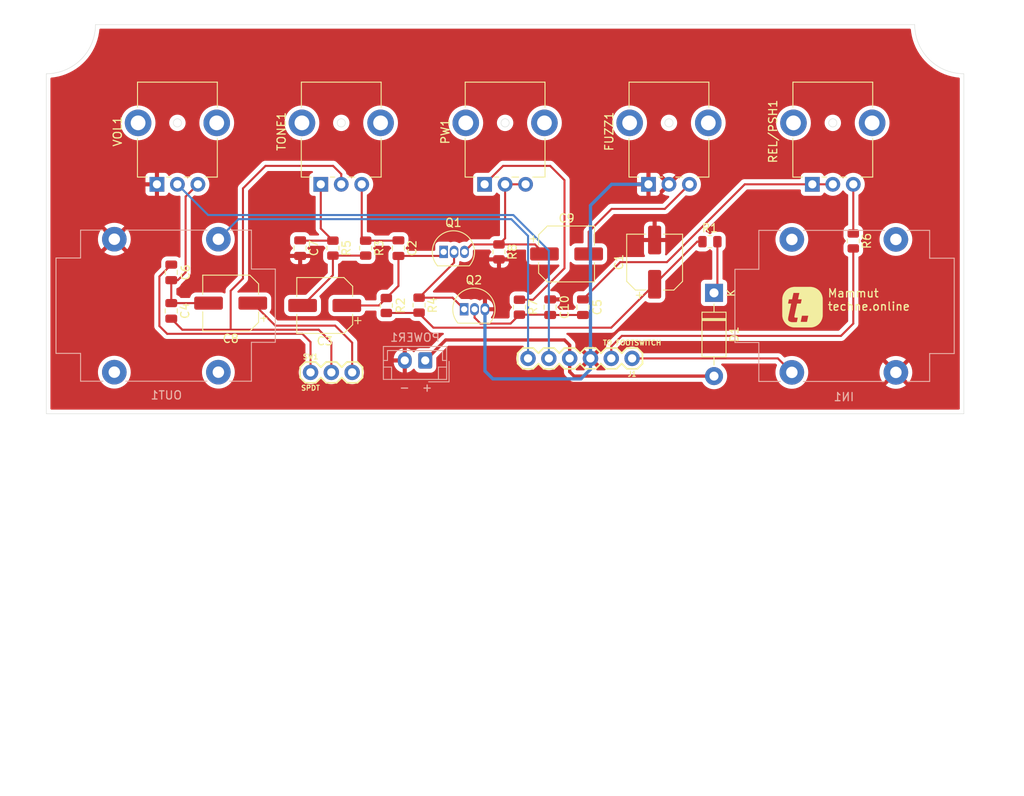
<source format=kicad_pcb>
(kicad_pcb (version 20211014) (generator pcbnew)
  (layers (0 "F.Cu" signal) (31 "B.Cu" signal) (34 "B.Paste" user) (35 "F.Paste" user) (36 "B.SilkS" user "B.Silkscreen") (37 "F.SilkS" user "F.Silkscreen") (38 "B.Mask" user) (39 "F.Mask" user) (44 "Edge.Cuts" user))
  (net 0 "")
  (net 1 "GND")
  (net 2 "Net-(C1-Pad1)")
  (net 3 "Net-(C2-Pad2)")
  (net 4 "Net-(C2-Pad1)")
  (net 5 "Net-(C3-Pad2)")
  (net 6 "Net-(C4-Pad2)")
  (net 7 "Net-(C4-Pad1)")
  (net 8 "Net-(C5-Pad2)")
  (net 9 "Net-(C10-Pad1)")
  (net 10 "Net-(C6-Pad2)")
  (net 11 "Net-(C7-Pad1)")
  (net 12 "Net-(C8-Pad1)")
  (net 13 "Net-(C9-Pad2)")
  (net 14 "Net-(C9-Pad1)")
  (net 15 "9V")
  (net 16 "Net-(D1-Pad1)")
  (net 17 "Net-(J1-Pad6)")
  (net 18 "OUT")
  (net 19 "IN")
  (net 20 "Net-(PW1-Pad1)")
  (net 21 "Net-(Q1-Pad2)")
  (net 22 "Net-(R6-Pad1)")
  (net 23 "Net-(IN1-PadT)")
  (footprint "Mastodon:techne2_logo" (layer "F.Cu") (at 186.3 84.5)
    (fp_text reference "G***" hide)
    (fp_text value "LOGO" hide)
  )
  (footprint "Capacitor_SMD:CP_Elec_6.3x7.7" (layer "F.Cu") (at 168.25 79 90)
    (fp_text reference "C1" (at 0 -4.35 90) (layer "F.SilkS"))
    (fp_text value "100uF")
    (pad "1" smd roundrect (at -2.7 0 90) (size 3.5 1.6) (layers "F.Cu" "F.Paste" "F.Mask") (roundrect_rratio 0.15625) (net 2 "Net-(C1-Pad1)"))
    (pad "2" smd roundrect (at 2.7 0 90) (size 3.5 1.6) (layers "F.Cu" "F.Paste" "F.Mask") (roundrect_rratio 0.15625) (net 1 "GND"))
  )
  (footprint "Capacitor_SMD:C_0805_2012Metric" (layer "F.Cu") (at 136.98 77.29 -90)
    (fp_text reference "C2" (at 0 -1.68 90) (layer "F.SilkS"))
    (fp_text value "10nF")
    (pad "1" smd roundrect (at -0.95 0 270) (size 1 1.45) (layers "F.Cu" "F.Paste" "F.Mask") (net 4 "Net-(C2-Pad1)"))
    (pad "2" smd roundrect (at 0.95 0 270) (size 1 1.45) (layers "F.Cu" "F.Paste" "F.Mask") (net 3 "Net-(C2-Pad2)"))
  )
  (footprint "Capacitor_SMD:CP_Elec_6.3x7.7" (layer "F.Cu") (at 127.98 84.29 180)
    (fp_text reference "C3" (at 0 -4.35) (layer "F.SilkS"))
    (fp_text value "100uF")
    (pad "1" smd roundrect (at -2.7 0 180) (size 3.5 1.6) (layers "F.Cu" "F.Paste" "F.Mask") (roundrect_rratio 0.15625) (net 3 "Net-(C2-Pad2)"))
    (pad "2" smd roundrect (at 2.7 0 180) (size 3.5 1.6) (layers "F.Cu" "F.Paste" "F.Mask") (roundrect_rratio 0.15625) (net 5 "Net-(C3-Pad2)"))
  )
  (footprint "Capacitor_SMD:C_0805_2012Metric" (layer "F.Cu") (at 109.25 84.95 -90)
    (fp_text reference "C4" (at 0 -1.68 90) (layer "F.SilkS"))
    (fp_text value "33nF")
    (pad "1" smd roundrect (at -0.95 0 270) (size 1 1.45) (layers "F.Cu" "F.Paste" "F.Mask") (net 7 "Net-(C4-Pad1)"))
    (pad "2" smd roundrect (at 0.95 0 270) (size 1 1.45) (layers "F.Cu" "F.Paste" "F.Mask") (net 6 "Net-(C4-Pad2)"))
  )
  (footprint "Capacitor_SMD:C_0805_2012Metric" (layer "F.Cu") (at 159.5 84.5 90)
    (fp_text reference "C5" (at 0 1.75 90) (layer "F.SilkS"))
    (fp_text value "220nF")
    (pad "1" smd roundrect (at -0.95 0 90) (size 1 1.45) (layers "F.Cu" "F.Paste" "F.Mask") (net 9 "Net-(C10-Pad1)"))
    (pad "2" smd roundrect (at 0.95 0 90) (size 1 1.45) (layers "F.Cu" "F.Paste" "F.Mask") (net 8 "Net-(C5-Pad2)"))
  )
  (footprint "Capacitor_SMD:C_0805_2012Metric" (layer "F.Cu") (at 109.25 80.25 90)
    (fp_text reference "C6" (at 0 1.75 90) (layer "F.SilkS"))
    (fp_text value "68nF")
    (pad "1" smd roundrect (at -0.95 0 90) (size 1 1.45) (layers "F.Cu" "F.Paste" "F.Mask") (net 7 "Net-(C4-Pad1)"))
    (pad "2" smd roundrect (at 0.95 0 90) (size 1 1.45) (layers "F.Cu" "F.Paste" "F.Mask") (net 10 "Net-(C6-Pad2)"))
  )
  (footprint "Capacitor_SMD:C_0805_2012Metric" (layer "F.Cu") (at 124.98 77.29 -90)
    (fp_text reference "C7" (at 0 -1.68 90) (layer "F.SilkS"))
    (fp_text value "220nF")
    (pad "1" smd roundrect (at -0.95 0 270) (size 1 1.45) (layers "F.Cu" "F.Paste" "F.Mask") (net 11 "Net-(C7-Pad1)"))
    (pad "2" smd roundrect (at 0.95 0 270) (size 1 1.45) (layers "F.Cu" "F.Paste" "F.Mask") (net 1 "GND"))
  )
  (footprint "Capacitor_SMD:CP_Elec_6.3x7.7" (layer "F.Cu") (at 116.5 84 180)
    (fp_text reference "C8" (at 0 -4.35) (layer "F.SilkS"))
    (fp_text value "100uF")
    (pad "1" smd roundrect (at -2.7 0 180) (size 3.5 1.6) (layers "F.Cu" "F.Paste" "F.Mask") (roundrect_rratio 0.15625) (net 12 "Net-(C8-Pad1)"))
    (pad "2" smd roundrect (at 2.7 0 180) (size 3.5 1.6) (layers "F.Cu" "F.Paste" "F.Mask") (roundrect_rratio 0.15625) (net 7 "Net-(C4-Pad1)"))
  )
  (footprint "Capacitor_SMD:CP_Elec_6.3x7.7" (layer "F.Cu") (at 157.5 78)
    (fp_text reference "C9" (at 0 -4.35) (layer "F.SilkS"))
    (fp_text value "100uF")
    (pad "1" smd roundrect (at -2.7 0) (size 3.5 1.6) (layers "F.Cu" "F.Paste" "F.Mask") (roundrect_rratio 0.15625) (net 14 "Net-(C9-Pad1)"))
    (pad "2" smd roundrect (at 2.7 0) (size 3.5 1.6) (layers "F.Cu" "F.Paste" "F.Mask") (roundrect_rratio 0.15625) (net 13 "Net-(C9-Pad2)"))
  )
  (footprint "Capacitor_SMD:C_0805_2012Metric" (layer "F.Cu") (at 155.5 84.5 90)
    (fp_text reference "C10" (at 0 1.75 90) (layer "F.SilkS"))
    (fp_text value "10nF")
    (pad "1" smd roundrect (at -0.95 0 90) (size 1 1.45) (layers "F.Cu" "F.Paste" "F.Mask") (net 9 "Net-(C10-Pad1)"))
    (pad "2" smd roundrect (at 0.95 0 90) (size 1 1.45) (layers "F.Cu" "F.Paste" "F.Mask") (net 1 "GND"))
  )
  (footprint "Diode_THT:D_DO-41_SOD81_P10.16mm_Horizontal" (layer "F.Cu") (at 175.5 82.75 -90)
    (fp_text reference "D1" (at 5.08 -2.47 90) (layer "F.SilkS"))
    (fp_text value "1N4007")
    (fp_text user "K" (at 0 -2.1 90) (layer "F.SilkS"))
    (pad "1" thru_hole rect (at 0 0 270) (size 2.2 2.2) (drill 1.1) (layers *.Cu *.Mask) (net 16 "Net-(D1-Pad1)"))
    (pad "2" thru_hole oval (at 10.16 0 270) (size 2.2 2.2) (drill 1.1) (layers *.Cu *.Mask) (net 15 "9V"))
  )
  (footprint "Potentiometer_THT:Potentiometer_Alpha_RD901F-40-00D_Single_Vertical_CircularHoles" (layer "F.Cu") (at 167.5 69.5 90)
    (fp_text reference "FUZZ1" (at 6.45 -4.8 270) (layer "F.SilkS"))
    (fp_text value "C5K")
    (pad "" thru_hole circle (at 7.5 7.3 180) (size 3.24 3.24) (drill 1.8) (layers *.Cu *.Mask))
    (pad "" thru_hole circle (at 7.5 -2.3 180) (size 3.24 3.24) (drill 1.8) (layers *.Cu *.Mask))
    (pad "1" thru_hole rect (at 0 0 180) (size 1.8 1.8) (drill 1) (layers *.Cu *.Mask) (net 1 "GND"))
    (pad "2" thru_hole circle (at 0 2.5 180) (size 1.8 1.8) (drill 1) (layers *.Cu *.Mask) (net 1 "GND"))
    (pad "3" thru_hole circle (at 0 5 180) (size 1.8 1.8) (drill 1) (layers *.Cu *.Mask) (net 13 "Net-(C9-Pad2)"))
  )
  (footprint "Connectors:1X06" (layer "F.Cu") (at 165.5 90.75 180)
    (fp_text reference "J1" (at 0 -1.905) (layer "F.SilkS") (effects (font (size 0.6096 0.6096) (thickness 0.127))))
    (fp_text value "TO FOOTSWITCH" (at 0 1.905) (layer "F.SilkS") (effects (font (size 0.6096 0.6096) (thickness 0.127))))
    (pad "1" thru_hole circle locked (at 0 0 180) (size 1.8796 1.8796) (drill 1.016) (layers *.Cu *.Mask) (net 23 "Net-(IN1-PadT)"))
    (pad "2" thru_hole circle locked (at 2.54 0 180) (size 1.8796 1.8796) (drill 1.016) (layers *.Cu *.Mask) (net 19 "IN"))
    (pad "3" thru_hole circle locked (at 5.08 0 180) (size 1.8796 1.8796) (drill 1.016) (layers *.Cu *.Mask) (net 1 "GND"))
    (pad "4" thru_hole circle locked (at 7.62 0 180) (size 1.8796 1.8796) (drill 1.016) (layers *.Cu *.Mask) (net 15 "9V"))
    (pad "5" thru_hole circle locked (at 10.16 0 180) (size 1.8796 1.8796) (drill 1.016) (layers *.Cu *.Mask) (net 18 "OUT"))
    (pad "6" thru_hole circle locked (at 12.7 0 180) (size 1.8796 1.8796) (drill 1.016) (layers *.Cu *.Mask) (net 17 "Net-(J1-Pad6)"))
  )
  (footprint "Potentiometer_THT:Potentiometer_Alpha_RD901F-40-00D_Single_Vertical_CircularHoles" (layer "F.Cu") (at 147.5 69.5 90)
    (fp_text reference "PW1" (at 6.45 -4.8 270) (layer "F.SilkS"))
    (fp_text value "B500K")
    (pad "" thru_hole circle (at 7.5 -2.3 180) (size 3.24 3.24) (drill 1.8) (layers *.Cu *.Mask))
    (pad "" thru_hole circle (at 7.5 7.3 180) (size 3.24 3.24) (drill 1.8) (layers *.Cu *.Mask))
    (pad "1" thru_hole rect (at 0 0 180) (size 1.8 1.8) (drill 1) (layers *.Cu *.Mask) (net 20 "Net-(PW1-Pad1)"))
    (pad "2" thru_hole circle (at 0 2.5 180) (size 1.8 1.8) (drill 1) (layers *.Cu *.Mask) (net 14 "Net-(C9-Pad1)"))
    (pad "3" thru_hole circle (at 0 5 180) (size 1.8 1.8) (drill 1) (layers *.Cu *.Mask) (net 14 "Net-(C9-Pad1)"))
  )
  (footprint "Package_TO_SOT_THT:TO-92L_Inline" (layer "F.Cu") (at 145 84.75)
    (fp_text reference "Q2" (at 1.19 -3.56) (layer "F.SilkS"))
    (fp_text value "TRANS_NPN-P2N2222A")
    (pad "1" thru_hole rect (at 0 0) (size 1.05 1.5) (drill 0.75) (layers *.Cu *.Mask) (net 21 "Net-(Q1-Pad2)"))
    (pad "2" thru_hole oval (at 1.27 0) (size 1.05 1.5) (drill 0.75) (layers *.Cu *.Mask) (net 9 "Net-(C10-Pad1)"))
    (pad "3" thru_hole oval (at 2.54 0) (size 1.05 1.5) (drill 0.75) (layers *.Cu *.Mask) (net 1 "GND"))
  )
  (footprint "Resistor_SMD:R_0805_2012Metric" (layer "F.Cu") (at 175 76.5)
    (fp_text reference "R1" (at 0 -1.65) (layer "F.SilkS"))
    (fp_text value "100")
    (pad "1" smd roundrect (at -0.9125 0) (size 1.025 1.4) (layers "F.Cu" "F.Paste" "F.Mask") (roundrect_rratio 0.243902439) (net 2 "Net-(C1-Pad1)"))
    (pad "2" smd roundrect (at 0.9125 0) (size 1.025 1.4) (layers "F.Cu" "F.Paste" "F.Mask") (roundrect_rratio 0.243902439) (net 16 "Net-(D1-Pad1)"))
  )
  (footprint "Resistor_SMD:R_0805_2012Metric" (layer "F.Cu") (at 135.5 84.29 90)
    (fp_text reference "R2" (at 0 1.75 90) (layer "F.SilkS"))
    (fp_text value "22K")
    (pad "1" smd roundrect (at -0.9125 0 90) (size 1.025 1.4) (layers "F.Cu" "F.Paste" "F.Mask") (roundrect_rratio 0.243902439) (net 2 "Net-(C1-Pad1)"))
    (pad "2" smd roundrect (at 0.9125 0 90) (size 1.025 1.4) (layers "F.Cu" "F.Paste" "F.Mask") (roundrect_rratio 0.243902439) (net 3 "Net-(C2-Pad2)"))
  )
  (footprint "Resistor_SMD:R_0805_2012Metric" (layer "F.Cu") (at 132.98 77.29 -90)
    (fp_text reference "R3" (at 0 -1.65 90) (layer "F.SilkS"))
    (fp_text value "10K")
    (pad "1" smd roundrect (at -0.9125 0 270) (size 1.025 1.4) (layers "F.Cu" "F.Paste" "F.Mask") (roundrect_rratio 0.243902439) (net 4 "Net-(C2-Pad1)"))
    (pad "2" smd roundrect (at 0.9125 0 270) (size 1.025 1.4) (layers "F.Cu" "F.Paste" "F.Mask") (roundrect_rratio 0.243902439) (net 5 "Net-(C3-Pad2)"))
  )
  (footprint "Resistor_SMD:R_0805_2012Metric" (layer "F.Cu") (at 139.5 84.25 -90)
    (fp_text reference "R4" (at 0 -1.65 90) (layer "F.SilkS"))
    (fp_text value "56K")
    (pad "1" smd roundrect (at -0.9125 0 270) (size 1.025 1.4) (layers "F.Cu" "F.Paste" "F.Mask") (roundrect_rratio 0.243902439) (net 21 "Net-(Q1-Pad2)"))
    (pad "2" smd roundrect (at 0.9125 0 270) (size 1.025 1.4) (layers "F.Cu" "F.Paste" "F.Mask") (roundrect_rratio 0.243902439) (net 2 "Net-(C1-Pad1)"))
  )
  (footprint "Resistor_SMD:R_0805_2012Metric" (layer "F.Cu") (at 128.98 77.29 -90)
    (fp_text reference "R5" (at 0 -1.65 90) (layer "F.SilkS"))
    (fp_text value "5.1K")
    (pad "1" smd roundrect (at -0.9125 0 270) (size 1.025 1.4) (layers "F.Cu" "F.Paste" "F.Mask") (roundrect_rratio 0.243902439) (net 11 "Net-(C7-Pad1)"))
    (pad "2" smd roundrect (at 0.9125 0 270) (size 1.025 1.4) (layers "F.Cu" "F.Paste" "F.Mask") (roundrect_rratio 0.243902439) (net 5 "Net-(C3-Pad2)"))
  )
  (footprint "Resistor_SMD:R_0805_2012Metric" (layer "F.Cu") (at 192.5 76.4125 -90)
    (fp_text reference "R6" (at 0 -1.65 90) (layer "F.SilkS"))
    (fp_text value "100")
    (pad "1" smd roundrect (at -0.9125 0 270) (size 1.025 1.4) (layers "F.Cu" "F.Paste" "F.Mask") (roundrect_rratio 0.243902439) (net 22 "Net-(R6-Pad1)"))
    (pad "2" smd roundrect (at 0.9125 0 270) (size 1.025 1.4) (layers "F.Cu" "F.Paste" "F.Mask") (roundrect_rratio 0.243902439) (net 19 "IN"))
  )
  (footprint "Resistor_SMD:R_0805_2012Metric" (layer "F.Cu") (at 151.75 84.5 -90)
    (fp_text reference "R7" (at 0 -1.65 90) (layer "F.SilkS"))
    (fp_text value "100K")
    (pad "1" smd roundrect (at -0.9125 0 270) (size 1.025 1.4) (layers "F.Cu" "F.Paste" "F.Mask") (roundrect_rratio 0.243902439) (net 20 "Net-(PW1-Pad1)"))
    (pad "2" smd roundrect (at 0.9125 0 270) (size 1.025 1.4) (layers "F.Cu" "F.Paste" "F.Mask") (roundrect_rratio 0.243902439) (net 9 "Net-(C10-Pad1)"))
  )
  (footprint "Resistor_SMD:R_0805_2012Metric" (layer "F.Cu") (at 149.25 77.75 -90)
    (fp_text reference "R8" (at 0 -1.65 90) (layer "F.SilkS"))
    (fp_text value "2.2K")
    (pad "1" smd roundrect (at -0.9125 0 270) (size 1.025 1.4) (layers "F.Cu" "F.Paste" "F.Mask") (roundrect_rratio 0.243902439) (net 14 "Net-(C9-Pad1)"))
    (pad "2" smd roundrect (at 0.9125 0 270) (size 1.025 1.4) (layers "F.Cu" "F.Paste" "F.Mask") (roundrect_rratio 0.243902439) (net 1 "GND"))
  )
  (footprint "Connectors:1X03" (layer "F.Cu") (at 126.25 92.456)
    (fp_text reference "SW1" (at 0 -1.905) (layer "F.SilkS") (effects (font (size 0.6096 0.6096) (thickness 0.127))))
    (fp_text value "SPDT" (at 0 1.905) (layer "F.SilkS") (effects (font (size 0.6096 0.6096) (thickness 0.127))))
    (pad "1" thru_hole circle locked (at 0 0) (size 1.8796 1.8796) (drill 1.016) (layers *.Cu *.Mask) (net 10 "Net-(C6-Pad2)"))
    (pad "2" thru_hole circle locked (at 2.54 0) (size 1.8796 1.8796) (drill 1.016) (layers *.Cu *.Mask) (net 6 "Net-(C4-Pad2)"))
    (pad "3" thru_hole circle locked (at 5.08 0) (size 1.8796 1.8796) (drill 1.016) (layers *.Cu *.Mask) (net 12 "Net-(C8-Pad1)"))
  )
  (footprint "Potentiometer_THT:Potentiometer_Alpha_RD901F-40-00D_Single_Vertical_CircularHoles" (layer "F.Cu") (at 127.5 69.5 90)
    (fp_text reference "TONE1" (at 6.45 -4.8 270) (layer "F.SilkS"))
    (fp_text value "B10K")
    (pad "" thru_hole circle (at 7.5 7.3 180) (size 3.24 3.24) (drill 1.8) (layers *.Cu *.Mask))
    (pad "" thru_hole circle (at 7.5 -2.3 180) (size 3.24 3.24) (drill 1.8) (layers *.Cu *.Mask))
    (pad "1" thru_hole rect (at 0 0 180) (size 1.8 1.8) (drill 1) (layers *.Cu *.Mask) (net 11 "Net-(C7-Pad1)"))
    (pad "2" thru_hole circle (at 0 2.5 180) (size 1.8 1.8) (drill 1) (layers *.Cu *.Mask) (net 6 "Net-(C4-Pad2)"))
    (pad "3" thru_hole circle (at 0 5 180) (size 1.8 1.8) (drill 1) (layers *.Cu *.Mask) (net 4 "Net-(C2-Pad1)"))
  )
  (footprint "Potentiometer_THT:Potentiometer_Alpha_RD901F-40-00D_Single_Vertical_CircularHoles" (layer "F.Cu") (at 107.5 69.5 90)
    (fp_text reference "VOL1" (at 6.45 -4.8 270) (layer "F.SilkS"))
    (fp_text value "B10K")
    (pad "" thru_hole circle (at 7.5 7.3 180) (size 3.24 3.24) (drill 1.8) (layers *.Cu *.Mask))
    (pad "" thru_hole circle (at 7.5 -2.3 180) (size 3.24 3.24) (drill 1.8) (layers *.Cu *.Mask))
    (pad "1" thru_hole rect (at 0 0 180) (size 1.8 1.8) (drill 1) (layers *.Cu *.Mask) (net 1 "GND"))
    (pad "2" thru_hole circle (at 0 2.5 180) (size 1.8 1.8) (drill 1) (layers *.Cu *.Mask) (net 18 "OUT"))
    (pad "3" thru_hole circle (at 0 5 180) (size 1.8 1.8) (drill 1) (layers *.Cu *.Mask) (net 7 "Net-(C4-Pad1)"))
  )
  (footprint "Potentiometer_THT:Potentiometer_Alpha_RD901F-40-00D_Single_Vertical_CircularHoles" (layer "F.Cu") (at 187.5 69.5 90)
    (fp_text reference "REL/PSH1" (at 6.45 -4.8 270) (layer "F.SilkS"))
    (fp_text value "B100K")
    (pad "" thru_hole circle (at 7.5 -2.3 180) (size 3.24 3.24) (drill 1.8) (layers *.Cu *.Mask))
    (pad "" thru_hole circle (at 7.5 7.3 180) (size 3.24 3.24) (drill 1.8) (layers *.Cu *.Mask))
    (pad "1" thru_hole rect (at 0 0 180) (size 1.8 1.8) (drill 1) (layers *.Cu *.Mask) (net 8 "Net-(C5-Pad2)"))
    (pad "2" thru_hole circle (at 0 2.5 180) (size 1.8 1.8) (drill 1) (layers *.Cu *.Mask) (net 8 "Net-(C5-Pad2)"))
    (pad "3" thru_hole circle (at 0 5 180) (size 1.8 1.8) (drill 1) (layers *.Cu *.Mask) (net 22 "Net-(R6-Pad1)"))
  )
  (footprint "Package_TO_SOT_THT:TO-92L_Inline" (layer "F.Cu") (at 142.5 77.75)
    (fp_text reference "Q1" (at 1.19 -3.56) (layer "F.SilkS"))
    (fp_text value "TRANS_NPN-P2N2222A")
    (pad "1" thru_hole rect (at 0 0) (size 1.05 1.5) (drill 0.75) (layers *.Cu *.Mask) (net 3 "Net-(C2-Pad2)"))
    (pad "2" thru_hole oval (at 1.27 0) (size 1.05 1.5) (drill 0.75) (layers *.Cu *.Mask) (net 21 "Net-(Q1-Pad2)"))
    (pad "3" thru_hole oval (at 2.54 0) (size 1.05 1.5) (drill 0.75) (layers *.Cu *.Mask) (net 14 "Net-(C9-Pad1)"))
  )
  (footprint "Connector_JST:JST_EH_B2B-EH-A_1x02_P2.50mm_Vertical" (layer "B.Cu") (at 140.25 91 180)
    (fp_text reference "POWER1" (at 1.25 2.8) (layer "B.SilkS") (effects (justify mirror)))
    (fp_text value "POWER")
    (pad "1" thru_hole roundrect (at 0 0 180) (size 1.7 2) (drill 1) (layers *.Cu *.Mask) (roundrect_rratio 0.1470588235) (net 15 "9V"))
    (pad "2" thru_hole oval (at 2.5 0 180) (size 1.7 2) (drill 1) (layers *.Cu *.Mask) (net 1 "GND"))
  )
  (footprint "Connector_Audio:Jack_6.35mm_Neutrik_NMJ4HCD2_Horizontal" (layer "B.Cu") (at 115 76.2 180)
    (fp_text reference "OUT1" (at 6.35 -19.05) (layer "B.SilkS") (effects (justify mirror)))
    (fp_text value "OUT")
    (pad "S" thru_hole circle (at 12.7 0 180) (size 3 3) (drill 1.4) (layers *.Cu *.Mask) (net 1 "GND"))
    (pad "SN" thru_hole circle (at 12.7 -16.23 180) (size 3 3) (drill 1.4) (layers *.Cu *.Mask))
    (pad "T" thru_hole circle (at 0 0 180) (size 3 3) (drill 1.4) (layers *.Cu *.Mask) (net 17 "Net-(J1-Pad6)"))
    (pad "TN" thru_hole circle (at 0 -16.23 180) (size 3 3) (drill 1.4) (layers *.Cu *.Mask))
  )
  (footprint "Connector_Audio:Jack_6.35mm_Neutrik_NMJ4HCD2_Horizontal" (layer "B.Cu") (at 185 92.456)
    (fp_text reference "IN1" (at 6.35 3) (layer "B.SilkS") (effects (justify mirror)))
    (fp_text value "IN")
    (pad "S" thru_hole circle (at 12.7 0) (size 3 3) (drill 1.4) (layers *.Cu *.Mask) (net 1 "GND"))
    (pad "SN" thru_hole circle (at 12.7 -16.23) (size 3 3) (drill 1.4) (layers *.Cu *.Mask))
    (pad "T" thru_hole circle (at 0 0) (size 3 3) (drill 1.4) (layers *.Cu *.Mask) (net 23 "Net-(IN1-PadT)"))
    (pad "TN" thru_hole circle (at 0 -16.23) (size 3 3) (drill 1.4) (layers *.Cu *.Mask))
  )
  (gr_line (start 94 56) (end 94 97.5) (layer "Edge.Cuts") (width 0.05))
  (gr_line (start 206 97.5) (end 206 56) (layer "Edge.Cuts") (width 0.05))
  (gr_circle (center 110 62) (end 110 62.5) (layer "Edge.Cuts") (width 0.05) (fill none))
  (gr_line (start 200 50) (end 100 50) (layer "Edge.Cuts") (width 0.05))
  (gr_circle (center 170 62) (end 170 62.5) (layer "Edge.Cuts") (width 0.05) (fill none))
  (gr_line (start 94 97.5) (end 206 97.5) (layer "Edge.Cuts") (width 0.05))
  (gr_circle (center 190 62) (end 190 62.5) (layer "Edge.Cuts") (width 0.05) (fill none))
  (gr_circle (center 150 62) (end 150 62.5) (layer "Edge.Cuts") (width 0.05) (fill none))
  (gr_arc (start 100 50) (mid 98.242641 54.242641) (end 94 56) (layer "Edge.Cuts") (width 0.05))
  (gr_circle (center 130 62) (end 130 62.5) (layer "Edge.Cuts") (width 0.05) (fill none))
  (gr_arc (start 206 56) (mid 201.757359 54.242641) (end 200 50) (layer "Edge.Cuts") (width 0.05))
  (gr_text "+  -\n" (at 139.1 94.3) (layer "B.SilkS") (effects (font (size 1 1)) (justify mirror)))
  (gr_text "Mammut\ntechne.online" (at 189.3 83.6) (layer "F.SilkS") (effects (font (size 1 1)) (justify left)))
  (segment (start 160.42 89.92) (end 160.42 90.75) (width 0.4) (layer "F.Cu") (net 1))
  (segment (start 160.42 90.75) (end 160.42 72.08) (width 0.4) (layer "B.Cu") (net 1))
  (segment (start 163 69.5) (end 167.5 69.5) (width 0.4) (layer "B.Cu") (net 1))
  (segment (start 160.42 72.08) (end 163 69.5) (width 0.4) (layer "B.Cu") (net 1))
  (segment (start 159.25 93.25) (end 160.42 92.08) (width 0.4) (layer "B.Cu") (net 1))
  (segment (start 147.54 92.29) (end 148.5 93.25) (width 0.4) (layer "B.Cu") (net 1))
  (segment (start 148.5 93.25) (end 159.25 93.25) (width 0.4) (layer "B.Cu") (net 1))
  (segment (start 147.54 84.75) (end 147.54 92.29) (width 0.4) (layer "B.Cu") (net 1))
  (segment (start 160.42 92.08) (end 160.42 90.75) (width 0.4) (layer "B.Cu") (net 1))
  (segment (start 139.46 85.2025) (end 139.5 85.1625) (width 0.25) (layer "F.Cu") (net 2))
  (segment (start 173.45 76.5) (end 174.0875 76.5) (width 0.25) (layer "F.Cu") (net 2))
  (segment (start 139.5 85.25) (end 141.25 87) (width 0.25) (layer "F.Cu") (net 2))
  (segment (start 141.25 87) (end 162.95 87) (width 0.25) (layer "F.Cu") (net 2))
  (segment (start 168.25 81.7) (end 173.45 76.5) (width 0.25) (layer "F.Cu") (net 2))
  (segment (start 139.5 85.1625) (end 139.5 85.25) (width 0.25) (layer "F.Cu") (net 2))
  (segment (start 135.5 85.2025) (end 139.46 85.2025) (width 0.25) (layer "F.Cu") (net 2))
  (segment (start 162.95 87) (end 168.25 81.7) (width 0.25) (layer "F.Cu") (net 2))
  (segment (start 136.98 78.24) (end 142.01 78.24) (width 0.25) (layer "F.Cu") (net 3))
  (segment (start 136.98 78.24) (end 136.98 81.8975) (width 0.25) (layer "F.Cu") (net 3))
  (segment (start 142.01 78.24) (end 142.5 77.75) (width 0.25) (layer "F.Cu") (net 3))
  (segment (start 130.68 84.29) (end 134.5875 84.29) (width 0.25) (layer "F.Cu") (net 3))
  (segment (start 134.5875 84.29) (end 135.5 83.3775) (width 0.25) (layer "F.Cu") (net 3))
  (segment (start 136.98 81.8975) (end 135.5 83.3775) (width 0.25) (layer "F.Cu") (net 3))
  (segment (start 136.9425 76.3775) (end 136.98 76.34) (width 0.25) (layer "F.Cu") (net 4))
  (segment (start 132.5 75.8975) (end 132.98 76.3775) (width 0.25) (layer "F.Cu") (net 4))
  (segment (start 132.5 69.5) (end 132.5 75.8975) (width 0.25) (layer "F.Cu") (net 4))
  (segment (start 132.98 76.3775) (end 136.9425 76.3775) (width 0.25) (layer "F.Cu") (net 4))
  (segment (start 128.98 78.2025) (end 132.98 78.2025) (width 0.25) (layer "F.Cu") (net 5))
  (segment (start 128.98 78.2025) (end 128.98 80.59) (width 0.25) (layer "F.Cu") (net 5))
  (segment (start 128.98 80.59) (end 125.28 84.29) (width 0.25) (layer "F.Cu") (net 5))
  (segment (start 116.5 82.5) (end 116.5 87.25) (width 0.25) (layer "F.Cu") (net 6))
  (segment (start 129 67.25) (end 120.75 67.25) (width 0.25) (layer "F.Cu") (net 6))
  (segment (start 118 70) (end 118 81) (width 0.25) (layer "F.Cu") (net 6))
  (segment (start 118 81) (end 116.5 82.5) (width 0.25) (layer "F.Cu") (net 6))
  (segment (start 110.6 87.25) (end 116.5 87.25) (width 0.25) (layer "F.Cu") (net 6))
  (segment (start 130 68.25) (end 129 67.25) (width 0.25) (layer "F.Cu") (net 6))
  (segment (start 116.5 87.25) (end 127.25 87.25) (width 0.25) (layer "F.Cu") (net 6))
  (segment (start 127.25 87.25) (end 128.79 88.79) (width 0.25) (layer "F.Cu") (net 6))
  (segment (start 120.75 67.25) (end 118 70) (width 0.25) (layer "F.Cu") (net 6))
  (segment (start 128.79 88.79) (end 128.79 92.456) (width 0.25) (layer "F.Cu") (net 6))
  (segment (start 109.25 85.9) (end 110.6 87.25) (width 0.25) (layer "F.Cu") (net 6))
  (segment (start 130 69.5) (end 130 68.25) (width 0.25) (layer "F.Cu") (net 6))
  (segment (start 109.25 81.2) (end 110.05 81.2) (width 0.25) (layer "F.Cu") (net 7))
  (segment (start 111 71) (end 112.5 69.5) (width 0.25) (layer "F.Cu") (net 7))
  (segment (start 109.25 84) (end 113.8 84) (width 0.25) (layer "F.Cu") (net 7))
  (segment (start 111 80.25) (end 111 71) (width 0.25) (layer "F.Cu") (net 7))
  (segment (start 109.25 81.2) (end 109.25 84) (width 0.25) (layer "F.Cu") (net 7))
  (segment (start 110.05 81.2) (end 111 80.25) (width 0.25) (layer "F.Cu") (net 7))
  (segment (start 164.05 79) (end 159.5 83.55) (width 0.25) (layer "F.Cu") (net 8))
  (segment (start 179.25 69.5) (end 169.75 79) (width 0.25) (layer "F.Cu") (net 8))
  (segment (start 187.5 69.5) (end 179.25 69.5) (width 0.25) (layer "F.Cu") (net 8))
  (segment (start 169.75 79) (end 164.05 79) (width 0.25) (layer "F.Cu") (net 8))
  (segment (start 190 69.5) (end 187.5 69.5) (width 0.25) (layer "F.Cu") (net 8))
  (segment (start 155.4625 85.4125) (end 155.5 85.45) (width 0.25) (layer "F.Cu") (net 9))
  (segment (start 151.75 85.4125) (end 155.4625 85.4125) (width 0.25) (layer "F.Cu") (net 9))
  (segment (start 150.6625 86.5) (end 151.75 85.4125) (width 0.25) (layer "F.Cu") (net 9))
  (segment (start 147 86.5) (end 150.6625 86.5) (width 0.25) (layer "F.Cu") (net 9))
  (segment (start 146.27 85.77) (end 147 86.5) (width 0.25) (layer "F.Cu") (net 9))
  (segment (start 155.5 85.45) (end 159.5 85.45) (width 0.25) (layer "F.Cu") (net 9))
  (segment (start 146.27 84.75) (end 146.27 85.77) (width 0.25) (layer "F.Cu") (net 9))
  (segment (start 107.8 80.75) (end 107.8 86.8) (width 0.25) (layer "F.Cu") (net 10))
  (segment (start 125.25 87.75) (end 126.25 88.75) (width 0.25) (layer "F.Cu") (net 10))
  (segment (start 109.25 79.3) (end 107.8 80.75) (width 0.25) (layer "F.Cu") (net 10))
  (segment (start 126.25 88.75) (end 126.25 92.456) (width 0.25) (layer "F.Cu") (net 10))
  (segment (start 108.75 87.75) (end 125.25 87.75) (width 0.25) (layer "F.Cu") (net 10))
  (segment (start 107.8 86.8) (end 108.75 87.75) (width 0.25) (layer "F.Cu") (net 10))
  (segment (start 128.98 76.3775) (end 125.0175 76.3775) (width 0.25) (layer "F.Cu") (net 11))
  (segment (start 127.5 69.5) (end 127.5 74.8975) (width 0.25) (layer "F.Cu") (net 11))
  (segment (start 127.5 74.8975) (end 128.98 76.3775) (width 0.25) (layer "F.Cu") (net 11))
  (segment (start 125.0175 76.3775) (end 124.98 76.34) (width 0.25) (layer "F.Cu") (net 11))
  (segment (start 131.33 88.83) (end 131.33 92.456) (width 0.25) (layer "F.Cu") (net 12))
  (segment (start 129.25 86.75) (end 131.33 88.83) (width 0.25) (layer "F.Cu") (net 12))
  (segment (start 121.95 86.75) (end 129.25 86.75) (width 0.25) (layer "F.Cu") (net 12))
  (segment (start 119.2 84) (end 121.95 86.75) (width 0.25) (layer "F.Cu") (net 12))
  (segment (start 169.5 72.5) (end 172.5 69.5) (width 0.25) (layer "F.Cu") (net 13))
  (segment (start 163 72.5) (end 169.5 72.5) (width 0.25) (layer "F.Cu") (net 13))
  (segment (start 160.2 75.3) (end 163 72.5) (width 0.25) (layer "F.Cu") (net 13))
  (segment (start 160.2 78) (end 160.2 75.3) (width 0.25) (layer "F.Cu") (net 13))
  (segment (start 150 69.5) (end 152.5 69.5) (width 0.25) (layer "F.Cu") (net 14))
  (segment (start 145.04 77.75) (end 145.04 77.71) (width 0.25) (layer "F.Cu") (net 14))
  (segment (start 153.6375 76.8375) (end 154.8 78) (width 0.25) (layer "F.Cu") (net 14))
  (segment (start 150 69.5) (end 150 76.0875) (width 0.25) (layer "F.Cu") (net 14))
  (segment (start 150 76.0875) (end 149.25 76.8375) (width 0.25) (layer "F.Cu") (net 14))
  (segment (start 145.04 77.71) (end 145.9125 76.8375) (width 0.25) (layer "F.Cu") (net 14))
  (segment (start 145.9125 76.8375) (end 149.25 76.8375) (width 0.25) (layer "F.Cu") (net 14))
  (segment (start 149.25 76.8375) (end 153.6375 76.8375) (width 0.25) (layer "F.Cu") (net 14))
  (segment (start 157.25 88.5) (end 157.88 89.13) (width 0.4) (layer "F.Cu") (net 15))
  (segment (start 142.75 88.5) (end 157.25 88.5) (width 0.4) (layer "F.Cu") (net 15))
  (segment (start 158.41 92.91) (end 157.88 92.38) (width 0.4) (layer "F.Cu") (net 15))
  (segment (start 175.5 92.91) (end 158.41 92.91) (width 0.4) (layer "F.Cu") (net 15))
  (segment (start 157.88 89.13) (end 157.88 90.75) (width 0.4) (layer "F.Cu") (net 15))
  (segment (start 157.88 92.38) (end 157.88 90.75) (width 0.4) (layer "F.Cu") (net 15))
  (segment (start 140.25 91) (end 142.75 88.5) (width 0.4) (layer "F.Cu") (net 15))
  (segment (start 175.9125 76.5) (end 175.9125 82.3375) (width 0.25) (layer "F.Cu") (net 16))
  (segment (start 175.9125 82.3375) (end 175.5 82.75) (width 0.25) (layer "F.Cu") (net 16))
  (segment (start 115 76.2) (end 117.45 73.75) (width 0.25) (layer "B.Cu") (net 17))
  (segment (start 152.8 90.75) (end 152.8 75.8) (width 0.25) (layer "B.Cu") (net 17))
  (segment (start 152.8 75.8) (end 150.75 73.75) (width 0.25) (layer "B.Cu") (net 17))
  (segment (start 117.45 73.75) (end 117.75 73.75) (width 0.25) (layer "B.Cu") (net 17))
  (segment (start 150.75 73.75) (end 117.75 73.75) (width 0.25) (layer "B.Cu") (net 17))
  (segment (start 155.34 77.59) (end 151 73.25) (width 0.25) (layer "B.Cu") (net 18))
  (segment (start 151 73.25) (end 113.75 73.25) (width 0.25) (layer "B.Cu") (net 18))
  (segment (start 155.34 90.75) (end 155.34 77.59) (width 0.25) (layer "B.Cu") (net 18))
  (segment (start 113.75 73.25) (end 110 69.5) (width 0.25) (layer "B.Cu") (net 18))
  (segment (start 162.96 89.29) (end 164.25 88) (width 0.25) (layer "F.Cu") (net 19))
  (segment (start 191 88) (end 192.5 86.5) (width 0.25) (layer "F.Cu") (net 19))
  (segment (start 162.96 90.75) (end 162.96 89.29) (width 0.25) (layer "F.Cu") (net 19))
  (segment (start 192.5 86.5) (end 192.5 77.325) (width 0.25) (layer "F.Cu") (net 19))
  (segment (start 164.25 88) (end 191 88) (width 0.25) (layer "F.Cu") (net 19))
  (segment (start 149.75 67.25) (end 147.5 69.5) (width 0.25) (layer "F.Cu") (net 20))
  (segment (start 157.25 69) (end 155.5 67.25) (width 0.25) (layer "F.Cu") (net 20))
  (segment (start 151.75 83.5875) (end 153.4125 83.5875) (width 0.25) (layer "F.Cu") (net 20))
  (segment (start 153.4125 83.5875) (end 157.25 79.75) (width 0.25) (layer "F.Cu") (net 20))
  (segment (start 155.5 67.25) (end 149.75 67.25) (width 0.25) (layer "F.Cu") (net 20))
  (segment (start 157.25 79.75) (end 157.25 69) (width 0.25) (layer "F.Cu") (net 20))
  (segment (start 145 84.75) (end 143.5875 83.3375) (width 0.25) (layer "F.Cu") (net 21))
  (segment (start 143.77 77.75) (end 143.77 79.0675) (width 0.25) (layer "F.Cu") (net 21))
  (segment (start 143.77 79.0675) (end 139.5 83.3375) (width 0.25) (layer "F.Cu") (net 21))
  (segment (start 143.5875 83.3375) (end 139.5 83.3375) (width 0.25) (layer "F.Cu") (net 21))
  (segment (start 192.5 69.5) (end 192.5 75.5) (width 0.25) (layer "F.Cu") (net 22))
  (segment (start 185 92.456) (end 183.294 90.75) (width 0.25) (layer "F.Cu") (net 23))
  (segment (start 183.294 90.75) (end 183.25 90.75) (width 0.25) (layer "F.Cu") (net 23))
  (segment (start 165.5 90.75) (end 183.25 90.75) (width 0.25) (layer "F.Cu") (net 23))
  (zone (net 1) (net_name "GND") (layer "F.Cu") (connect_pads (clearance 0.5)) (min_thickness 0.25) (fill yes (thermal_gap 0.5) (thermal_bridge_width 0.5))
    (polygon (pts (xy 206 97.5) (xy 94 97.5) (xy 94 50) (xy 206 50)))
  )
)
</source>
